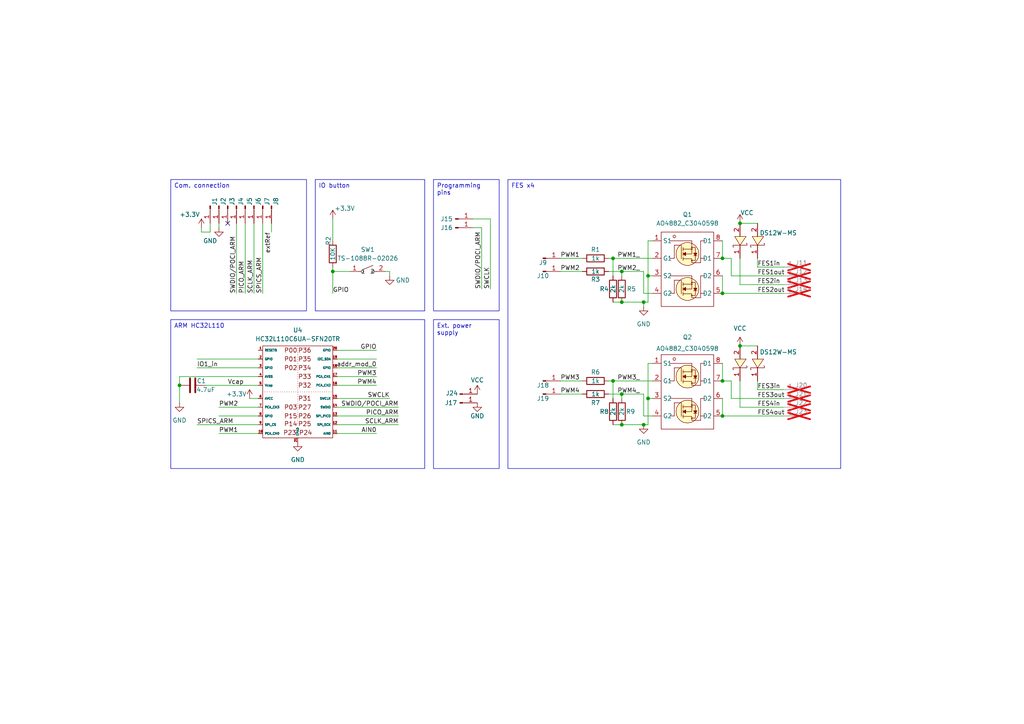
<source format=kicad_sch>
(kicad_sch (version 20231120) (generator "eeschema") (generator_version "8.0")
  (paper "A4")
  (title_block (title "FES AO4882") (date "2024-03-30") (rev "v1.0") (company "Aightech"))
  (lib_symbols
    (symbol "00_lcsc:AO4882_C3040598"
      (property "Reference" "Q" (at 0 8.89 0))
      (property "Value" "AO4882_C3040598" (at -0.254 -17.526 0))
      (symbol "AO4882_C3040598_0_1"
        (circle (center -3.81 5.08) (radius 0.38))
        (circle (center 0 -10.16) (radius 3.302) (fill (type background)))
        (polyline (pts (xy 1.27 -12.7) (xy 3.81 -12.7)))
        (polyline (pts (xy 1.27 -8.763) (xy -1.27 -8.763)))
        (polyline (pts (xy 1.27 -6.35) (xy -5.08 -6.35)))
        (polyline (pts (xy 1.27 -2.54) (xy 3.81 -2.54)))
        (polyline (pts (xy 1.27 1.397) (xy -1.27 1.397)))
        (polyline (pts (xy 1.27 3.81) (xy -5.08 3.81)))
        (polyline (pts (xy 5.08 -11.43) (xy 3.81 -11.43)))
        (polyline (pts (xy 5.08 -1.27) (xy 3.81 -1.27)))
        (polyline (pts (xy -3.81 -7.62) (xy -3.81 -11.43) (xy -5.08 -11.43)))
        (polyline (pts (xy -3.81 -7.62) (xy -1.778 -7.62) (xy -1.778 -11.557)))
        (polyline (pts (xy -3.81 2.54) (xy -3.81 -1.27) (xy -5.08 -1.27)))
        (polyline (pts (xy -3.81 2.54) (xy -1.778 2.54) (xy -1.778 -1.397)))
        (polyline (pts (xy 1.27 -12.7) (xy 1.27 -11.557) (xy -1.27 -11.557)))
        (polyline (pts (xy 1.27 -6.35) (xy 1.27 -10.16) (xy -1.27 -10.16)))
        (polyline (pts (xy 1.27 -2.54) (xy 1.27 -1.397) (xy -1.27 -1.397)))
        (polyline (pts (xy 1.27 3.81) (xy 1.27 0) (xy -1.27 0)))
        (polyline (pts (xy 3.81 -12.7) (xy 3.81 -6.35) (xy 5.08 -6.35)))
        (polyline (pts (xy 3.81 -2.54) (xy 3.81 3.81) (xy 5.08 3.81)))
        (polyline (pts (xy 1.143 -8.255) (xy 2.286 -8.255) (xy 2.286 -11.557) (xy 2.286 -12.065) (xy 1.143 -12.065)))
        (polyline (pts (xy 1.143 1.905) (xy 2.286 1.905) (xy 2.286 -1.397) (xy 2.286 -1.905) (xy 1.143 -1.905)))
        (circle (center 0 0) (radius 3.302) (fill (type background)))
        (circle (center 1.27 -12.065) (radius 0.127))
        (circle (center 1.27 -8.763) (radius 0.127))
        (circle (center 1.27 -8.255) (radius 0.127))
        (circle (center 1.27 -1.905) (radius 0.127))
        (circle (center 1.27 1.397) (radius 0.127))
        (circle (center 1.27 1.905) (radius 0.127))
        (pin unspecified line (at -10.16 3.81 0) (length 2.54) (name "S1") (number "1"))
        (pin unspecified line (at -10.16 -1.27 0) (length 2.54) (name "G1") (number "2"))
        (pin unspecified line (at -10.16 -6.35 0) (length 2.54) (name "S2") (number "3"))
        (pin unspecified line (at -10.16 -11.43 0) (length 2.54) (name "G2") (number "4"))
        (pin unspecified line (at 10.16 -11.43 180) (length 2.54) (name "D2") (number "5"))
        (pin unspecified line (at 10.16 -6.35 180) (length 2.54) (name "D2") (number "6"))
        (pin unspecified line (at 10.16 -1.27 180) (length 2.54) (name "D1") (number "7"))
        (pin unspecified line (at 10.16 3.81 180) (length 2.54) (name "D1") (number "8"))
      )
      (symbol "AO4882_C3040598_1_1"
        (rectangle (start -7.62 6.35) (end 7.62 -15.24))
        (polyline (pts (xy -1.27 -12.065) (xy -1.27 -11.049)))
        (polyline (pts (xy -1.27 -10.16) (xy -1.27 -10.668)))
        (polyline (pts (xy -1.27 -10.16) (xy -1.27 -9.652)))
        (polyline (pts (xy -1.27 -8.763) (xy -1.27 -9.271)))
        (polyline (pts (xy -1.27 -8.763) (xy -1.27 -8.255)))
        (polyline (pts (xy -1.27 -1.905) (xy -1.27 -0.889)))
        (polyline (pts (xy -1.27 0) (xy -1.27 -0.508)))
        (polyline (pts (xy -1.27 0) (xy -1.27 0.508)))
        (polyline (pts (xy -1.27 1.397) (xy -1.27 0.889)))
        (polyline (pts (xy -1.27 1.397) (xy -1.27 1.905)))
        (polyline (pts (xy 2.794 -10.668) (xy 1.778 -10.668)))
        (polyline (pts (xy 2.794 -0.508) (xy 1.778 -0.508)))
        (polyline (pts (xy -1.27 -10.16) (xy -0.508 -10.668) (xy -0.508 -9.652) (xy -1.27 -10.16)) (fill (type outline)))
        (polyline (pts (xy -1.27 0) (xy -0.508 -0.508) (xy -0.508 0.508) (xy -1.27 0)) (fill (type outline)))
        (polyline (pts (xy 2.286 -10.668) (xy 1.778 -9.906) (xy 2.794 -9.906) (xy 2.286 -10.668)) (fill (type outline)))
        (polyline (pts (xy 2.286 -0.508) (xy 1.778 0.254) (xy 2.794 0.254) (xy 2.286 -0.508)) (fill (type outline)))
      )
    )
    (symbol "00_lcsc:DS12W-MS" (pin_names hide)
      (property "Reference" "U" (at 0 5.08 0))
      (property "Value" "DS12W-MS" (at 0 -5.08 0))
      (symbol "DS12W-MS_0_1"
        (polyline (pts (xy 1.27 1.52) (xy -1.27 0) (xy 1.27 -1.78) (xy 1.27 1.52)) (fill (type background)))
        (polyline (pts (xy -1.78 1.78) (xy -1.78 2.03) (xy -1.27 2.03) (xy -1.27 -2.03) (xy -0.76 -2.03) (xy -0.76 -1.78)))
        (pin unspecified line (at -5.08 0 0) (length 3.81) (name "C") (number "1"))
        (pin unspecified line (at 5.08 0 180) (length 3.81) (name "A") (number "2"))
      )
    )
    (symbol "00_lcsc:HC32L110C6UA-SFN20TR"
      (property "Reference" "U" (at -6.858 27.94 0))
      (property "Value" "HC32L110C6UA-SFN20TR" (at 0 -38.1 0))
      (symbol "HC32L110C6UA-SFN20TR_0_1"
        (rectangle (start -10.16 26.67) (end 10.16 0))
      )
      (symbol "HC32L110C6UA-SFN20TR_1_1"
        (polyline (pts (xy -10.16 13.335) (xy 10.16 13.335)) (stroke (width 0) (type dot)))
        (polyline (pts (xy 0 26.67) (xy 0 3.81)) (stroke (width 0) (type dot)))
        (text "P00" (at -2.032 25.4 0) (effects (font (size 1.27 1.27))))
        (text "P01" (at -2.032 22.86 0) (effects (font (size 1.27 1.27))))
        (text "P02" (at -2.032 20.32 0) (effects (font (size 1.27 1.27))))
        (text "P03" (at -2.032 8.89 0) (effects (font (size 1.27 1.27))))
        (text "P14" (at -2.032 4.064 0) (effects (font (size 1.27 1.27))))
        (text "P15" (at -2.032 6.35 0) (effects (font (size 1.27 1.27))))
        (text "P23" (at -2.286 1.524 0) (effects (font (size 1.27 1.27))))
        (text "P24" (at 2.286 1.524 0) (effects (font (size 1.27 1.27))))
        (text "P25" (at 2.032 4.064 0) (effects (font (size 1.27 1.27))))
        (text "P26" (at 2.032 6.35 0) (effects (font (size 1.27 1.27))))
        (text "P27" (at 2.032 8.89 0) (effects (font (size 1.27 1.27))))
        (text "P31" (at 2.032 11.43 0) (effects (font (size 1.27 1.27))))
        (text "P32" (at 2.032 15.24 0) (effects (font (size 1.27 1.27))))
        (text "P33" (at 2.032 17.78 0) (effects (font (size 1.27 1.27))))
        (text "P34" (at 2.032 20.32 0) (effects (font (size 1.27 1.27))))
        (text "P35" (at 2.032 22.86 0) (effects (font (size 1.27 1.27))))
        (text "P36" (at 2.032 25.4 0) (effects (font (size 1.27 1.27))))
        (pin input line (at -11.43 25.4 0) (length 1.27) (name "P00") (number "1") (alternate "GPIO" input line) (alternate "RESETB" input line))
        (pin input line (at -11.43 1.27 0) (length 1.27) (name "P23") (number "10") (alternate "GPIO" input line) (alternate "PCA_CH0" input line))
        (pin input line (at 11.43 1.27 180) (length 1.27) (name "P24") (number "11") (alternate "AIN0" input line) (alternate "GPIO" input line) (alternate "PCA_CH1" input line) (alternate "SPI_PICO" input line))
        (pin input line (at 11.43 3.81 180) (length 1.27) (name "P25") (number "12") (alternate "GPIO" input line) (alternate "I2C_SDA" input line) (alternate "PCA_CH0" input line) (alternate "SPI_SCK" input line))
        (pin input line (at 11.43 6.35 180) (length 1.27) (name "P26") (number "13") (alternate "GPIO" input line) (alternate "PCA_CH2" input line) (alternate "SPI_PICO" input line))
        (pin input line (at 11.43 8.89 180) (length 1.27) (name "P27") (number "14") (alternate "GPIO" input line) (alternate "PCA_CH3" input line) (alternate "SWDIO" input line))
        (pin input line (at 11.43 11.43 180) (length 1.27) (name "P31") (number "15") (alternate "GPIO" input line) (alternate "SWCLK" input line))
        (pin input line (at 11.43 15.24 180) (length 1.27) (name "P32") (number "16") (alternate "GPIO" input line) (alternate "PCA_CH2" input line))
        (pin input line (at 11.43 17.78 180) (length 1.27) (name "P33") (number "17") (alternate "GPIO" input line) (alternate "PCA_CH1" input line))
        (pin input line (at 11.43 20.32 180) (length 1.27) (name "P34") (number "18") (alternate "GPIO" input line) (alternate "PCA_CH0" input line))
        (pin input line (at 11.43 22.86 180) (length 1.27) (name "P35") (number "19") (alternate "GPIO" input line) (alternate "I2C_SDA" input line))
        (pin input line (at -11.43 22.86 0) (length 1.27) (name "P01") (number "2") (alternate "GPIO" input line) (alternate "I2C_SDA" input line) (alternate "SPI_SCK" input line))
        (pin input line (at 11.43 25.4 180) (length 1.27) (name "P36") (number "20") (alternate "GPIO" input line) (alternate "SPI_PICO" input line))
        (pin input line (at 0 -1.27 90) (length 1.27) (name "EPAD") (number "21") (alternate "GPIO" input line) (alternate "RESETB" input line))
        (pin input line (at -11.43 20.32 0) (length 1.27) (name "P02") (number "3") (alternate "GPIO" input line) (alternate "SPI_CS" input line))
        (pin power_in line (at -11.43 17.78 0) (length 1.27) (name "AVSS") (number "4"))
        (pin input line (at -11.43 15.24 0) (length 1.27) (name "Vcap") (number "5"))
        (pin power_in line (at -11.43 11.43 0) (length 1.27) (name "AVCC") (number "6"))
        (pin input line (at -11.43 8.89 0) (length 1.27) (name "P03") (number "7") (alternate "GPIO" input line) (alternate "PCA_CH3" input line) (alternate "SPI_CS" input line))
        (pin input line (at -11.43 6.35 0) (length 1.27) (name "P15") (number "8") (alternate "GPIO" input line) (alternate "I2C_SDA" input line) (alternate "SPI_SCK" input line))
        (pin input line (at -11.43 3.81 0) (length 1.27) (name "P14") (number "9") (alternate "GPIO" input line) (alternate "SPI_CS" input line))
      )
    )
    (symbol "00_lcsc:TS-1088R-02026"
      (property "Reference" "SW" (at 0 5.08 0))
      (property "Value" "TS-1088R-02026" (at 0 -5.08 0))
      (symbol "TS-1088R-02026_0_1"
        (circle (center -1.52 0) (radius 0.38))
        (polyline (pts (xy -2.03 0) (xy -2.54 0)))
        (polyline (pts (xy -1.52 0.51) (xy 1.52 1.78)))
        (polyline (pts (xy 2.03 0) (xy 2.54 0)))
        (circle (center 1.52 0) (radius 0.38))
        (pin unspecified line (at -5.08 0 0) (length 2.54) (name "1") (number "1"))
        (pin unspecified line (at 5.08 0 180) (length 2.54) (name "2") (number "2"))
      )
    )
    (symbol "Connector:Conn_01x01_Pin" (pin_names (offset 1.016) hide)
      (property "Reference" "J" (at 0 2.54 0))
      (property "Value" "Conn_01x01_Pin" (at 0 -2.54 0))
      (symbol "Conn_01x01_Pin_1_1"
        (polyline (pts (xy 1.27 0) (xy 0.8636 0)) (stroke (width 0.1524)))
        (rectangle (start 0.8636 0.127) (end 0 -0.127) (stroke (width 0.1524)) (fill (type outline)))
        (pin passive line (at 5.08 0 180) (length 3.81) (name "Pin_1") (number "1"))
      )
    )
    (symbol "DS12W-MS_1" (pin_names hide)
      (property "Reference" "U" (at 0 5.08 0))
      (property "Value" "DS12W-MS" (at 0 -5.08 0))
      (symbol "DS12W-MS_1_0_1"
        (polyline (pts (xy 1.27 1.52) (xy -1.27 0) (xy 1.27 -1.78) (xy 1.27 1.52)) (fill (type background)))
        (polyline (pts (xy -1.78 1.78) (xy -1.78 2.03) (xy -1.27 2.03) (xy -1.27 -2.03) (xy -0.76 -2.03) (xy -0.76 -1.78)))
        (pin unspecified line (at -5.08 0 0) (length 3.81) (name "C") (number "1"))
        (pin unspecified line (at 5.08 0 180) (length 3.81) (name "A") (number "2"))
      )
    )
    (symbol "DS12W-MS_2" (pin_names hide)
      (property "Reference" "U" (at 0 5.08 0))
      (property "Value" "DS12W-MS" (at 0 -5.08 0))
      (symbol "DS12W-MS_2_0_1"
        (polyline (pts (xy 1.27 1.52) (xy -1.27 0) (xy 1.27 -1.78) (xy 1.27 1.52)) (fill (type background)))
        (polyline (pts (xy -1.78 1.78) (xy -1.78 2.03) (xy -1.27 2.03) (xy -1.27 -2.03) (xy -0.76 -2.03) (xy -0.76 -1.78)))
        (pin unspecified line (at -5.08 0 0) (length 3.81) (name "C") (number "1"))
        (pin unspecified line (at 5.08 0 180) (length 3.81) (name "A") (number "2"))
      )
    )
    (symbol "DS12W-MS_3" (pin_names hide)
      (property "Reference" "U" (at 0 5.08 0))
      (property "Value" "DS12W-MS" (at 0 -5.08 0))
      (symbol "DS12W-MS_3_0_1"
        (polyline (pts (xy 1.27 1.52) (xy -1.27 0) (xy 1.27 -1.78) (xy 1.27 1.52)) (fill (type background)))
        (polyline (pts (xy -1.78 1.78) (xy -1.78 2.03) (xy -1.27 2.03) (xy -1.27 -2.03) (xy -0.76 -2.03) (xy -0.76 -1.78)))
        (pin unspecified line (at -5.08 0 0) (length 3.81) (name "C") (number "1"))
        (pin unspecified line (at 5.08 0 180) (length 3.81) (name "A") (number "2"))
      )
    )
    (symbol "Device:C" (pin_numbers hide) (pin_names (offset 0.254))
      (property "Reference" "C" (at 0.635 2.54 0))
      (property "Value" "C" (at 0.635 -2.54 0))
      (symbol "C_0_1"
        (polyline (pts (xy -2.032 -0.762) (xy 2.032 -0.762)) (stroke (width 0.508)))
        (polyline (pts (xy -2.032 0.762) (xy 2.032 0.762)) (stroke (width 0.508)))
      )
      (symbol "C_1_1"
        (pin passive line (at 0 3.81 270) (length 2.794) (name "~") (number "1"))
        (pin passive line (at 0 -3.81 90) (length 2.794) (name "~") (number "2"))
      )
    )
    (symbol "Device:R" (pin_numbers hide) (pin_names (offset 0))
      (property "Reference" "R" (at 2.032 0 90))
      (property "Value" "R" (at 0 0 90))
      (symbol "R_0_1"
        (rectangle (start -1.016 -2.54) (end 1.016 2.54) (stroke (width 0.254)))
      )
      (symbol "R_1_1"
        (pin passive line (at 0 3.81 270) (length 1.27) (name "~") (number "1"))
        (pin passive line (at 0 -3.81 90) (length 1.27) (name "~") (number "2"))
      )
    )
    (symbol "power:+3.3V" (power) (pin_names (offset 0))
      (property "Value" "+3.3V" (at 0 3.556 0))
      (symbol "+3.3V_0_1"
        (polyline (pts (xy -0.762 1.27) (xy 0 2.54)))
        (polyline (pts (xy 0 0) (xy 0 2.54)))
        (polyline (pts (xy 0 2.54) (xy 0.762 1.27)))
      )
      (symbol "+3.3V_1_1"
        (pin power_in line (at 0 0 90) (length 0) hide (name "+3.3V") (number "1"))
      )
    )
    (symbol "power:GND" (power) (pin_names (offset 0))
      (property "Value" "GND" (at 0 -3.81 0))
      (symbol "GND_0_1"
        (polyline (pts (xy 0 0) (xy 0 -1.27) (xy 1.27 -1.27) (xy 0 -2.54) (xy -1.27 -1.27) (xy 0 -1.27)))
      )
      (symbol "GND_1_1"
        (pin power_in line (at 0 0 270) (length 0) hide (name "GND") (number "1"))
      )
    )
    (symbol "power:VCC" (power) (pin_names (offset 0))
      (property "Value" "VCC" (at 0 3.81 0))
      (symbol "VCC_0_1"
        (polyline (pts (xy -0.762 1.27) (xy 0 2.54)))
        (polyline (pts (xy 0 0) (xy 0 2.54)))
        (polyline (pts (xy 0 2.54) (xy 0.762 1.27)))
      )
      (symbol "VCC_1_1"
        (pin power_in line (at 0 0 90) (length 0) hide (name "VCC") (number "1"))
      )
    )
  )
  (junction (at 209.55 74.93))
  (junction (at 52.07 111.76))
  (junction (at 209.55 110.49))
  (junction (at 214.63 64.77))
  (junction (at 96.52 78.74))
  (junction (at 209.55 120.65))
  (junction (at 177.8 110.49))
  (junction (at 180.34 114.3))
  (junction (at 187.96 80.01))
  (junction (at 177.8 74.93))
  (junction (at 187.96 115.57))
  (junction (at 186.69 123.19))
  (junction (at 180.34 78.74))
  (junction (at 186.69 87.63))
  (junction (at 180.34 87.63))
  (junction (at 180.34 123.19))
  (junction (at 214.63 100.33))
  (junction (at 209.55 85.09))
  (no_connect (at 66.04 64.77))
  (wire (pts (xy 68.58 64.77) (xy 68.58 85.09)))
  (wire (pts (xy 187.96 105.41) (xy 187.96 115.57)))
  (wire (pts (xy 72.39 115.57) (xy 74.93 115.57)))
  (wire (pts (xy 180.34 114.3) (xy 180.34 115.57)))
  (wire (pts (xy 214.63 74.93) (xy 214.63 82.55)))
  (wire (pts (xy 52.07 111.76) (xy 52.07 116.84)))
  (wire (pts (xy 73.66 64.77) (xy 73.66 85.09)))
  (wire (pts (xy 162.56 114.3) (xy 168.91 114.3)))
  (wire (pts (xy 214.63 64.77) (xy 219.71 64.77)))
  (wire (pts (xy 58.42 67.31) (xy 60.96 67.31)))
  (wire (pts (xy 162.56 110.49) (xy 168.91 110.49)))
  (wire (pts (xy 187.96 69.85) (xy 187.96 80.01)))
  (wire (pts (xy 78.74 64.77) (xy 78.74 67.31)))
  (wire (pts (xy 209.55 120.65) (xy 227.33 120.65)))
  (wire (pts (xy 74.93 109.22) (xy 52.07 109.22)))
  (wire (pts (xy 74.93 125.73) (xy 63.5 125.73)))
  (wire (pts (xy 189.23 69.85) (xy 187.96 69.85)))
  (wire (pts (xy 180.34 78.74) (xy 186.69 78.74)))
  (wire (pts (xy 176.53 110.49) (xy 177.8 110.49)))
  (wire (pts (xy 176.53 78.74) (xy 180.34 78.74)))
  (wire (pts (xy 74.93 106.68) (xy 57.15 106.68)))
  (wire (pts (xy 227.33 118.11) (xy 214.63 118.11)))
  (wire (pts (xy 177.8 74.93) (xy 189.23 74.93)))
  (wire (pts (xy 187.96 87.63) (xy 186.69 87.63)))
  (wire (pts (xy 109.22 106.68) (xy 97.79 106.68)))
  (wire (pts (xy 97.79 115.57) (xy 113.03 115.57)))
  (wire (pts (xy 139.7 83.82) (xy 139.7 66.04)))
  (wire (pts (xy 177.8 87.63) (xy 180.34 87.63)))
  (wire (pts (xy 176.53 114.3) (xy 180.34 114.3)))
  (wire (pts (xy 71.12 64.77) (xy 71.12 85.09)))
  (wire (pts (xy 177.8 110.49) (xy 189.23 110.49)))
  (wire (pts (xy 209.55 110.49) (xy 212.09 110.49)))
  (wire (pts (xy 186.69 85.09) (xy 189.23 85.09)))
  (wire (pts (xy 113.03 80.01) (xy 113.03 78.74)))
  (wire (pts (xy 214.63 100.33) (xy 219.71 100.33)))
  (wire (pts (xy 162.56 74.93) (xy 168.91 74.93)))
  (wire (pts (xy 109.22 109.22) (xy 97.79 109.22)))
  (wire (pts (xy 186.69 120.65) (xy 189.23 120.65)))
  (wire (pts (xy 96.52 69.85) (xy 96.52 63.5)))
  (wire (pts (xy 187.96 80.01) (xy 189.23 80.01)))
  (wire (pts (xy 96.52 78.74) (xy 96.52 85.09)))
  (wire (pts (xy 52.07 109.22) (xy 52.07 111.76)))
  (wire (pts (xy 187.96 80.01) (xy 187.96 87.63)))
  (wire (pts (xy 59.69 111.76) (xy 74.93 111.76)))
  (wire (pts (xy 209.55 85.09) (xy 227.33 85.09)))
  (wire (pts (xy 186.69 114.3) (xy 186.69 120.65)))
  (wire (pts (xy 219.71 77.47) (xy 227.33 77.47)))
  (wire (pts (xy 58.42 66.04) (xy 58.42 67.31)))
  (wire (pts (xy 97.79 118.11) (xy 115.57 118.11)))
  (wire (pts (xy 177.8 74.93) (xy 177.8 80.01)))
  (wire (pts (xy 113.03 78.74) (xy 111.76 78.74)))
  (wire (pts (xy 74.93 104.14) (xy 57.15 104.14)))
  (wire (pts (xy 96.52 77.47) (xy 96.52 78.74)))
  (wire (pts (xy 186.69 87.63) (xy 186.69 88.9)))
  (wire (pts (xy 209.55 74.93) (xy 209.55 69.85)))
  (wire (pts (xy 186.69 78.74) (xy 186.69 85.09)))
  (wire (pts (xy 219.71 77.47) (xy 219.71 74.93)))
  (wire (pts (xy 142.24 63.5) (xy 137.16 63.5)))
  (wire (pts (xy 109.22 111.76) (xy 97.79 111.76)))
  (wire (pts (xy 209.55 74.93) (xy 212.09 74.93)))
  (wire (pts (xy 63.5 120.65) (xy 74.93 120.65)))
  (wire (pts (xy 209.55 80.01) (xy 209.55 85.09)))
  (wire (pts (xy 63.5 66.04) (xy 63.5 64.77)))
  (wire (pts (xy 180.34 87.63) (xy 186.69 87.63)))
  (wire (pts (xy 74.93 123.19) (xy 57.15 123.19)))
  (wire (pts (xy 180.34 123.19) (xy 186.69 123.19)))
  (wire (pts (xy 212.09 80.01) (xy 212.09 74.93)))
  (wire (pts (xy 219.71 113.03) (xy 227.33 113.03)))
  (wire (pts (xy 97.79 125.73) (xy 109.22 125.73)))
  (wire (pts (xy 187.96 115.57) (xy 189.23 115.57)))
  (wire (pts (xy 177.8 123.19) (xy 180.34 123.19)))
  (wire (pts (xy 219.71 110.49) (xy 219.71 113.03)))
  (wire (pts (xy 76.2 64.77) (xy 76.2 85.09)))
  (wire (pts (xy 60.96 64.77) (xy 60.96 67.31)))
  (wire (pts (xy 187.96 123.19) (xy 186.69 123.19)))
  (wire (pts (xy 162.56 78.74) (xy 168.91 78.74)))
  (wire (pts (xy 176.53 74.93) (xy 177.8 74.93)))
  (wire (pts (xy 189.23 105.41) (xy 187.96 105.41)))
  (wire (pts (xy 209.55 110.49) (xy 209.55 105.41)))
  (wire (pts (xy 212.09 115.57) (xy 212.09 110.49)))
  (wire (pts (xy 180.34 114.3) (xy 186.69 114.3)))
  (wire (pts (xy 177.8 110.49) (xy 177.8 115.57)))
  (wire (pts (xy 212.09 115.57) (xy 227.33 115.57)))
  (wire (pts (xy 142.24 83.82) (xy 142.24 63.5)))
  (wire (pts (xy 214.63 110.49) (xy 214.63 118.11)))
  (wire (pts (xy 212.09 80.01) (xy 227.33 80.01)))
  (wire (pts (xy 97.79 123.19) (xy 115.57 123.19)))
  (wire (pts (xy 209.55 115.57) (xy 209.55 120.65)))
  (wire (pts (xy 139.7 66.04) (xy 137.16 66.04)))
  (wire (pts (xy 97.79 120.65) (xy 115.57 120.65)))
  (wire (pts (xy 97.79 104.14) (xy 109.22 104.14)))
  (wire (pts (xy 187.96 115.57) (xy 187.96 123.19)))
  (wire (pts (xy 97.79 101.6) (xy 109.22 101.6)))
  (wire (pts (xy 63.5 118.11) (xy 74.93 118.11)))
  (wire (pts (xy 227.33 82.55) (xy 214.63 82.55)))
  (wire (pts (xy 96.52 78.74) (xy 101.6 78.74)))
  (wire (pts (xy 180.34 78.74) (xy 180.34 80.01)))
  (text_box "ARM HC32L110" (at 49.53 92.71 0) (size 73.66 43.18) (effects (font (size 1.27 1.27)) (justify left top)))
  (text_box "Com. connection" (at 49.53 52.07 0) (size 39.37 38.1) (effects (font (size 1.27 1.27)) (justify left top)))
  (text_box "FES x4" (at 147.32 52.07 0) (size 96.52 83.82) (effects (font (size 1.27 1.27)) (justify left top)))
  (text_box "IO button" (at 91.44 52.07 0) (size 31.75 38.1) (effects (font (size 1.27 1.27)) (justify left top)))
  (text_box "Programming pins" (at 125.73 52.07 0) (size 19.05 38.1) (effects (font (size 1.27 1.27)) (justify left top)))
  (text_box "Ext. power supply" (at 125.73 92.71 0) (size 19.05 43.18) (effects (font (size 1.27 1.27)) (justify left top)))
  (label "SWDIO{slash}POCI_ARM" (at 139.7 83.82 90))
  (label "PWM1_" (at 179.07 74.93 0))
  (label "PWM4" (at 162.56 114.3 0))
  (label "PWM4_" (at 179.07 114.3 0))
  (label "PWM3" (at 109.22 109.22 180))
  (label "SWDIO{slash}POCI_ARM" (at 115.57 118.11 180))
  (label "PWM1" (at 63.5 125.73 0))
  (label "FES3out" (at 219.71 115.57 0))
  (label "FES3in" (at 219.71 113.03 0))
  (label "addr_mod_0" (at 109.22 106.68 180))
  (label "SWCLK" (at 142.24 83.82 90))
  (label "PICO_ARM" (at 71.12 85.09 90))
  (label "PWM3_" (at 179.07 110.49 0))
  (label "SWCLK" (at 113.03 115.57 180))
  (label "FES2out" (at 219.71 85.09 0))
  (label "SCLK_ARM" (at 115.57 123.19 180))
  (label "GPIO" (at 109.22 101.6 180))
  (label "FES4in" (at 219.71 118.11 0))
  (label "GPIO" (at 96.52 85.09 0))
  (label "SWDIO{slash}POCI_ARM" (at 68.58 85.09 90))
  (label "SPICS_ARM" (at 57.15 123.19 0))
  (label "Vcap" (at 66.04 111.76 0))
  (label "FES4out" (at 219.71 120.65 0))
  (label "extRef" (at 78.74 67.31 270))
  (label "SCLK_ARM" (at 73.66 85.09 90))
  (label "IO1_in" (at 57.15 106.68 0))
  (label "PWM3" (at 162.56 110.49 0))
  (label "PWM4" (at 109.22 111.76 180))
  (label "PWM2" (at 63.5 118.11 0))
  (label "SPICS_ARM" (at 76.2 85.09 90))
  (label "PWM2_" (at 179.07 78.74 0))
  (label "PWM2" (at 162.56 78.74 0))
  (label "FES2in" (at 219.71 82.55 0))
  (label "FES1out" (at 219.71 80.01 0))
  (label "PWM1" (at 162.56 74.93 0))
  (label "AIN0" (at 109.22 125.73 180))
  (label "FES1in" (at 219.71 77.47 0))
  (label "PICO_ARM" (at 115.57 120.65 180))
  (symbol (lib_id "power:+3.3V") (at 72.39 115.57 0) (unit 1)
    (property "Reference" "#PWR06" (effects (hide yes)))
    (property "Value" "+3.3V" (at 68.58 114.3 0))
  )
  (symbol (lib_id "Connector:Conn_01x01_Pin") (at 157.48 78.74 0) (unit 1)
    (property "Reference" "J10" (at 157.48 80.01 0))
    (property "Value" "Conn_01x01_Pin" (effects (hide yes)))
    (property "Footprint" "00_custom-footprints:TestPoint_Pad_D1.0mm" (effects (hide yes)))
  )
  (symbol (lib_id "00_lcsc:DS12W-MS") (at 214.63 105.41 90) (unit 1)
    (property "Reference" "U1" (effects (hide yes)))
    (property "Value" "DS12W-MS" (effects (hide yes)))
    (property "Footprint" "00_lcsc:SOD-123FL_L2.7-W1.8-LS3.8-RD" (effects (hide yes)))
    (property "LCSC Part" "C5120757" (effects (hide yes)))
  )
  (symbol (lib_id "Connector:Conn_01x01_Pin") (at 132.08 63.5 0) (unit 1)
    (property "Reference" "J15" (at 129.54 63.5 0))
    (property "Value" "Conn_01x01_Pin" (effects (hide yes)))
    (property "Footprint" "00_custom-footprints:PinHeader_1x01_P1.27mm_Vertical" (effects (hide yes)))
  )
  (symbol (lib_name "DS12W-MS_2") (lib_id "00_lcsc:DS12W-MS") (at 214.63 69.85 90) (unit 1)
    (property "Reference" "U2" (effects (hide yes)))
    (property "Value" "DS12W-MS" (effects (hide yes)))
    (property "Footprint" "00_lcsc:SOD-123FL_L2.7-W1.8-LS3.8-RD" (effects (hide yes)))
    (property "LCSC Part" "C5120757" (effects (hide yes)))
  )
  (symbol (lib_id "Connector:Conn_01x01_Pin") (at 232.41 80.01 180) (unit 1) (in_bom no) (dnp yes)
    (property "Reference" "J12" (at 232.41 78.74 0))
    (property "Value" "Conn_01x01_Pin" (effects (hide yes)))
    (property "Footprint" "00_custom-footprints:PinHeader_1x01_P1.27mm_Vertical" (effects (hide yes)))
  )
  (symbol (lib_id "power:VCC") (at 138.43 114.3 0) (mirror y) (unit 1)
    (property "Reference" "#PWR013" (effects (hide yes)))
    (property "Value" "VCC" (at 138.43 110.236 0))
  )
  (symbol (lib_id "Device:R") (at 96.52 73.66 180) (unit 1)
    (property "Reference" "R2" (at 95.25 69.85 90))
    (property "Value" "10K" (at 96.52 73.66 90))
    (property "Footprint" "Resistor_SMD:R_0402_1005Metric" (effects (hide yes)))
  )
  (symbol (lib_name "DS12W-MS_1") (lib_id "00_lcsc:DS12W-MS") (at 219.71 69.85 90) (unit 1)
    (property "Reference" "U3" (effects (hide yes)))
    (property "Value" "DS12W-MS" (at 231.14 67.564 90) (effects (justify left)))
    (property "Footprint" "00_lcsc:SOD-123FL_L2.7-W1.8-LS3.8-RD" (effects (hide yes)))
    (property "LCSC Part" "C5120757" (effects (hide yes)))
  )
  (symbol (lib_id "power:GND") (at 186.69 88.9 0) (unit 1)
    (property "Reference" "#PWR01" (effects (hide yes)))
    (property "Value" "GND" (at 186.69 93.98 0))
  )
  (symbol (lib_id "power:GND") (at 138.43 116.84 0) (unit 1)
    (property "Reference" "#PWR08" (effects (hide yes)))
    (property "Value" "GND" (at 138.43 120.65 0))
  )
  (symbol (lib_id "Connector:Conn_01x01_Pin") (at 133.35 116.84 0) (unit 1)
    (property "Reference" "J17" (at 130.81 116.84 0))
    (property "Value" "Conn_01x01_Pin" (effects (hide yes)))
    (property "Footprint" "00_custom-footprints:PinHeader_1x01_P1.27mm_Vertical" (effects (hide yes)))
  )
  (symbol (lib_id "Connector:Conn_01x01_Pin") (at 60.96 59.69 270) (unit 1)
    (property "Reference" "J1" (at 62.23 58.42 0))
    (property "Value" "Conn_01x01_Pin" (effects (hide yes)))
    (property "Footprint" "00_custom-footprints:PinHeader_1x01_P1.27mm_Vertical" (effects (hide yes)))
  )
  (symbol (lib_id "power:GND") (at 86.36 128.27 0) (unit 1)
    (property "Reference" "#PWR07" (effects (hide yes)))
    (property "Value" "GND" (at 86.36 133.35 0))
  )
  (symbol (lib_id "00_lcsc:AO4882_C3040598") (at 199.39 73.66 0) (unit 1)
    (property "Reference" "Q1" (at 199.39 62.23 0))
    (property "Value" "AO4882_C3040598" (at 199.39 64.77 0))
    (property "Footprint" "00_lcsc:SOIC-8_L4.9-W3.9-P1.27-LS6.0-BL" (effects (hide yes)))
    (property "LCSC Part" "C3040598" (effects (hide yes)))
  )
  (symbol (lib_id "Connector:Conn_01x01_Pin") (at 63.5 59.69 270) (unit 1)
    (property "Reference" "J2" (at 64.77 58.42 0))
    (property "Value" "Conn_01x01_Pin" (effects (hide yes)))
    (property "Footprint" "00_custom-footprints:PinHeader_1x01_P1.27mm_Vertical" (effects (hide yes)))
  )
  (symbol (lib_id "power:VCC") (at 214.63 100.33 0) (unit 1)
    (property "Reference" "#PWR010" (effects (hide yes)))
    (property "Value" "VCC" (at 214.63 95.25 0))
  )
  (symbol (lib_id "Device:R") (at 177.8 119.38 180) (unit 1)
    (property "Reference" "R8" (at 175.26 119.38 0))
    (property "Value" "2k" (at 177.8 119.38 90))
    (property "Footprint" "Resistor_SMD:R_0402_1005Metric" (effects (hide yes)))
  )
  (symbol (lib_id "power:+3.3V") (at 58.42 66.04 0) (unit 1)
    (property "Reference" "#PWR03" (effects (hide yes)))
    (property "Value" "+3.3V" (at 52.07 62.23 0) (effects (justify left)))
  )
  (symbol (lib_id "Connector:Conn_01x01_Pin") (at 157.48 74.93 0) (unit 1)
    (property "Reference" "J9" (at 157.48 76.2 0))
    (property "Value" "Conn_01x01_Pin" (effects (hide yes)))
    (property "Footprint" "00_custom-footprints:TestPoint_Pad_D1.0mm" (effects (hide yes)))
  )
  (symbol (lib_id "Connector:Conn_01x01_Pin") (at 232.41 77.47 180) (unit 1) (in_bom no) (dnp yes)
    (property "Reference" "J11" (at 232.41 76.2 0))
    (property "Value" "Conn_01x01_Pin" (effects (hide yes)))
    (property "Footprint" "00_custom-footprints:PinHeader_1x01_P1.27mm_Vertical" (effects (hide yes)))
  )
  (symbol (lib_id "power:GND") (at 63.5 66.04 0) (unit 1)
    (property "Reference" "#PWR04" (effects (hide yes)))
    (property "Value" "GND" (at 60.96 69.85 0))
  )
  (symbol (lib_id "00_lcsc:AO4882_C3040598") (at 199.39 109.22 0) (unit 1)
    (property "Reference" "Q2" (at 199.39 97.79 0))
    (property "Value" "AO4882_C3040598" (at 199.39 101.092 0))
    (property "Footprint" "00_lcsc:SOIC-8_L4.9-W3.9-P1.27-LS6.0-BL" (effects (hide yes)))
    (property "LCSC Part" "C3040598" (effects (hide yes)))
  )
  (symbol (lib_id "Connector:Conn_01x01_Pin") (at 232.41 82.55 180) (unit 1) (in_bom no) (dnp yes)
    (property "Reference" "J13" (at 232.41 81.28 0))
    (property "Value" "Conn_01x01_Pin" (effects (hide yes)))
    (property "Footprint" "00_custom-footprints:PinHeader_1x01_P1.27mm_Vertical" (effects (hide yes)))
  )
  (symbol (lib_id "power:GND") (at 52.07 116.84 0) (unit 1)
    (property "Reference" "#PWR05" (effects (hide yes)))
    (property "Value" "GND" (at 52.07 121.92 0))
  )
  (symbol (lib_id "Connector:Conn_01x01_Pin") (at 157.48 110.49 0) (unit 1)
    (property "Reference" "J18" (at 157.48 111.76 0))
    (property "Value" "Conn_01x01_Pin" (effects (hide yes)))
    (property "Footprint" "00_custom-footprints:TestPoint_Pad_D1.0mm" (effects (hide yes)))
  )
  (symbol (lib_id "Connector:Conn_01x01_Pin") (at 232.41 113.03 180) (unit 1) (exclude_from_sim yes) (in_bom no) (dnp yes)
    (property "Reference" "J20" (at 232.41 111.76 0))
    (property "Value" "Conn_01x01_Pin" (effects (hide yes)))
    (property "Footprint" "00_custom-footprints:PinHeader_1x01_P1.27mm_Vertical" (effects (hide yes)))
  )
  (symbol (lib_id "Connector:Conn_01x01_Pin") (at 232.41 120.65 180) (unit 1) (exclude_from_sim yes) (in_bom no) (dnp yes)
    (property "Reference" "J23" (at 232.41 119.38 0))
    (property "Value" "Conn_01x01_Pin" (effects (hide yes)))
    (property "Footprint" "00_custom-footprints:PinHeader_1x01_P1.27mm_Vertical" (effects (hide yes)))
  )
  (symbol (lib_id "00_lcsc:HC32L110C6UA-SFN20TR") (at 86.36 127 0) (unit 1)
    (property "Reference" "U4" (at 86.36 95.758 0))
    (property "Value" "HC32L110C6UA-SFN20TR" (at 86.36 98.298 0))
    (property "Footprint" "00_lcsc:WQFN-20_L3.0-W3.0-P0.40-BL-EP" (effects (hide yes)))
    (property "Datasheet" "https://lcsc.com/product-detail/New-Arrivals_HDSC-HC32L110C6UA-SFN20TR_C493490.html" (effects (hide yes)))
    (property "LCSC Part" "C493490" (effects (hide yes)))
    (pin "18" (alternate "GPIO"))
    (pin "12" (alternate "SPI_SCK"))
    (pin "13" (alternate "SPI_PICO"))
    (pin "11" (alternate "AIN0"))
    (pin "2" (alternate "GPIO"))
    (pin "14" (alternate "SWDIO"))
    (pin "15" (alternate "SWCLK"))
    (pin "17" (alternate "PCA_CH1"))
    (pin "1" (alternate "RESETB"))
    (pin "16" (alternate "PCA_CH2"))
    (pin "7" (alternate "PCA_CH3"))
    (pin "20" (alternate "GPIO"))
    (pin "9" (alternate "SPI_CS"))
    (pin "19" (alternate "I2C_SDA"))
    (pin "10" (alternate "PCA_CH0"))
    (pin "8" (alternate "GPIO"))
    (pin "3" (alternate "GPIO"))
  )
  (symbol (lib_id "power:GND") (at 113.03 80.01 0) (unit 1)
    (property "Reference" "#PWR011" (effects (hide yes)))
    (property "Value" "GND" (at 116.84 81.28 0))
  )
  (symbol (lib_id "Connector:Conn_01x01_Pin") (at 73.66 59.69 270) (unit 1)
    (property "Reference" "J6" (at 74.93 58.42 0))
    (property "Value" "Conn_01x01_Pin" (effects (hide yes)))
    (property "Footprint" "00_custom-footprints:PinHeader_1x01_P1.27mm_Vertical" (effects (hide yes)))
  )
  (symbol (lib_id "Device:R") (at 172.72 110.49 90) (unit 1)
    (property "Reference" "R6" (at 172.72 107.95 90))
    (property "Value" "1k" (at 172.72 110.49 90))
    (property "Footprint" "Resistor_SMD:R_0402_1005Metric" (effects (hide yes)))
  )
  (symbol (lib_id "Device:R") (at 172.72 74.93 90) (unit 1)
    (property "Reference" "R1" (at 172.72 72.39 90))
    (property "Value" "1k" (at 172.72 74.93 90))
    (property "Footprint" "Resistor_SMD:R_0402_1005Metric" (effects (hide yes)))
  )
  (symbol (lib_id "Connector:Conn_01x01_Pin") (at 78.74 59.69 270) (unit 1)
    (property "Reference" "J8" (at 80.01 58.42 0))
    (property "Value" "Conn_01x01_Pin" (effects (hide yes)))
    (property "Footprint" "00_custom-footprints:PinHeader_1x01_P1.27mm_Vertical" (effects (hide yes)))
  )
  (symbol (lib_id "Connector:Conn_01x01_Pin") (at 71.12 59.69 270) (unit 1)
    (property "Reference" "J5" (at 72.39 58.42 0))
    (property "Value" "Conn_01x01_Pin" (effects (hide yes)))
    (property "Footprint" "00_custom-footprints:PinHeader_1x01_P1.27mm_Vertical" (effects (hide yes)))
  )
  (symbol (lib_id "Connector:Conn_01x01_Pin") (at 157.48 114.3 0) (unit 1)
    (property "Reference" "J19" (at 157.48 115.57 0))
    (property "Value" "Conn_01x01_Pin" (effects (hide yes)))
    (property "Footprint" "00_custom-footprints:TestPoint_Pad_D1.0mm" (effects (hide yes)))
  )
  (symbol (lib_id "power:+3.3V") (at 96.52 63.5 0) (unit 1)
    (property "Reference" "#PWR014" (effects (hide yes)))
    (property "Value" "+3.3V" (at 97.028 60.452 0) (effects (justify left)))
  )
  (symbol (lib_id "Connector:Conn_01x01_Pin") (at 133.35 114.3 0) (mirror x) (unit 1)
    (property "Reference" "J24" (at 131.064 114.046 0))
    (property "Value" "Conn_01x01_Pin" (effects (hide yes)))
    (property "Footprint" "00_custom-footprints:PinHeader_1x01_P1.27mm_Vertical" (effects (hide yes)))
  )
  (symbol (lib_name "DS12W-MS_3") (lib_id "00_lcsc:DS12W-MS") (at 219.71 105.41 90) (unit 1)
    (property "Reference" "U5" (effects (hide yes)))
    (property "Value" "DS12W-MS" (at 231.14 102.108 90) (effects (justify left)))
    (property "Footprint" "00_lcsc:SOD-123FL_L2.7-W1.8-LS3.8-RD" (effects (hide yes)))
    (property "LCSC Part" "C5120757" (effects (hide yes)))
  )
  (symbol (lib_id "power:VCC") (at 214.63 64.77 0) (unit 1)
    (property "Reference" "#PWR02" (effects (hide yes)))
    (property "Value" "VCC" (at 216.662 61.722 0))
  )
  (symbol (lib_id "Connector:Conn_01x01_Pin") (at 232.41 85.09 180) (unit 1) (in_bom no) (dnp yes)
    (property "Reference" "J14" (at 232.41 83.82 0))
    (property "Value" "Conn_01x01_Pin" (effects (hide yes)))
    (property "Footprint" "00_custom-footprints:PinHeader_1x01_P1.27mm_Vertical" (effects (hide yes)))
  )
  (symbol (lib_id "power:GND") (at 186.69 123.19 0) (unit 1)
    (property "Reference" "#PWR09" (effects (hide yes)))
    (property "Value" "GND" (at 186.69 128.27 0))
  )
  (symbol (lib_id "Device:R") (at 177.8 83.82 180) (unit 1)
    (property "Reference" "R4" (at 175.26 83.82 0))
    (property "Value" "2k" (at 177.8 83.82 90))
    (property "Footprint" "Resistor_SMD:R_0402_1005Metric" (effects (hide yes)))
  )
  (symbol (lib_id "Device:R") (at 172.72 114.3 90) (unit 1)
    (property "Reference" "R7" (at 172.72 116.84 90))
    (property "Value" "1k" (at 172.72 114.3 90))
    (property "Footprint" "Resistor_SMD:R_0402_1005Metric" (effects (hide yes)))
  )
  (symbol (lib_id "Connector:Conn_01x01_Pin") (at 68.58 59.69 270) (unit 1)
    (property "Reference" "J4" (at 69.85 58.42 0))
    (property "Value" "Conn_01x01_Pin" (effects (hide yes)))
    (property "Footprint" "00_custom-footprints:PinHeader_1x01_P1.27mm_Vertical" (effects (hide yes)))
  )
  (symbol (lib_id "Device:R") (at 172.72 78.74 90) (unit 1)
    (property "Reference" "R3" (at 172.72 81.026 90))
    (property "Value" "1k" (at 172.72 78.74 90))
    (property "Footprint" "Resistor_SMD:R_0402_1005Metric" (effects (hide yes)))
  )
  (symbol (lib_id "Connector:Conn_01x01_Pin") (at 66.04 59.69 270) (unit 1)
    (property "Reference" "J3" (at 67.31 58.42 0))
    (property "Value" "Conn_01x01_Pin" (effects (hide yes)))
    (property "Footprint" "00_custom-footprints:PinHeader_1x01_P1.27mm_Vertical" (effects (hide yes)))
  )
  (symbol (lib_id "Device:R") (at 180.34 119.38 180) (unit 1)
    (property "Reference" "R9" (at 182.88 119.38 0))
    (property "Value" "2k" (at 180.34 119.38 90))
    (property "Footprint" "Resistor_SMD:R_0402_1005Metric" (effects (hide yes)))
  )
  (symbol (lib_id "Connector:Conn_01x01_Pin") (at 132.08 66.04 0) (unit 1)
    (property "Reference" "J16" (at 129.54 66.04 0))
    (property "Value" "Conn_01x01_Pin" (effects (hide yes)))
    (property "Footprint" "00_custom-footprints:PinHeader_1x01_P1.27mm_Vertical" (effects (hide yes)))
  )
  (symbol (lib_id "Device:C") (at 55.88 111.76 90) (unit 1)
    (property "Reference" "C1" (at 58.42 110.49 90))
    (property "Value" "4.7uF" (at 59.69 113.03 90))
    (property "Footprint" "Capacitor_SMD:C_0402_1005Metric" (effects (hide yes)))
    (property "LCSC" "C23733" (effects (hide yes)))
  )
  (symbol (lib_id "00_lcsc:TS-1088R-02026") (at 106.68 78.74 0) (unit 1)
    (property "Reference" "SW1" (at 106.68 72.39 0))
    (property "Value" "TS-1088R-02026" (at 106.68 74.93 0))
    (property "Footprint" "00_lcsc:SW-SMD_L3.9-W3.0-P4.45" (effects (hide yes)))
    (property "Datasheet" "https://lcsc.com/product-detail/New-Arrivals_XUNPU-TS-1088R-02026_C455280.html" (effects (hide yes)))
    (property "LCSC Part" "C455280" (effects (hide yes)))
  )
  (symbol (lib_id "Device:R") (at 180.34 83.82 180) (unit 1)
    (property "Reference" "R5" (at 183.134 83.82 0))
    (property "Value" "2k" (at 180.34 83.82 90))
    (property "Footprint" "Resistor_SMD:R_0402_1005Metric" (effects (hide yes)))
  )
  (symbol (lib_id "Connector:Conn_01x01_Pin") (at 232.41 115.57 180) (unit 1) (exclude_from_sim yes) (in_bom no) (dnp yes)
    (property "Reference" "J21" (at 232.41 114.3 0))
    (property "Value" "Conn_01x01_Pin" (effects (hide yes)))
    (property "Footprint" "00_custom-footprints:PinHeader_1x01_P1.27mm_Vertical" (effects (hide yes)))
  )
  (symbol (lib_id "Connector:Conn_01x01_Pin") (at 76.2 59.69 270) (unit 1)
    (property "Reference" "J7" (at 77.47 58.42 0))
    (property "Value" "Conn_01x01_Pin" (effects (hide yes)))
    (property "Footprint" "00_custom-footprints:PinHeader_1x01_P1.27mm_Vertical" (effects (hide yes)))
  )
  (symbol (lib_id "Connector:Conn_01x01_Pin") (at 232.41 118.11 180) (unit 1) (exclude_from_sim yes) (in_bom no) (dnp yes)
    (property "Reference" "J22" (at 232.41 116.84 0))
    (property "Value" "Conn_01x01_Pin" (effects (hide yes)))
    (property "Footprint" "00_custom-footprints:PinHeader_1x01_P1.27mm_Vertical" (effects (hide yes)))
  )
)
</source>
